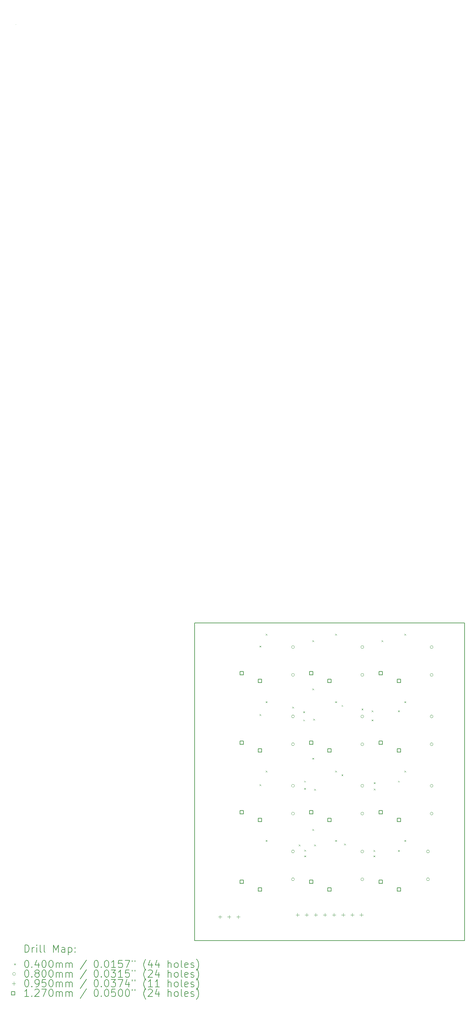
<source format=gbr>
%FSLAX45Y45*%
G04 Gerber Fmt 4.5, Leading zero omitted, Abs format (unit mm)*
G04 Created by KiCad (PCBNEW (6.0.1)) date 2022-02-13 15:50:42*
%MOMM*%
%LPD*%
G01*
G04 APERTURE LIST*
%TA.AperFunction,Profile*%
%ADD10C,0.100000*%
%TD*%
%TA.AperFunction,Profile*%
%ADD11C,0.200000*%
%TD*%
%ADD12C,0.200000*%
%ADD13C,0.040000*%
%ADD14C,0.080000*%
%ADD15C,0.095000*%
%ADD16C,0.127000*%
G04 APERTURE END LIST*
D10*
X6700000Y9400000D02*
G75*
G03*
X6700000Y9400000I0J0D01*
G01*
D11*
X19000000Y-7000000D02*
X11600000Y-7000000D01*
X11600000Y-7000000D02*
X11600000Y-15700000D01*
X11600000Y-15700000D02*
X19000000Y-15700000D01*
X19000000Y-15700000D02*
X19000000Y-7000000D01*
D12*
D13*
X13380000Y-7620000D02*
X13420000Y-7660000D01*
X13420000Y-7620000D02*
X13380000Y-7660000D01*
X13380000Y-9495000D02*
X13420000Y-9535000D01*
X13420000Y-9495000D02*
X13380000Y-9535000D01*
X13380000Y-11420000D02*
X13420000Y-11460000D01*
X13420000Y-11420000D02*
X13380000Y-11460000D01*
X13555000Y-7295000D02*
X13595000Y-7335000D01*
X13595000Y-7295000D02*
X13555000Y-7335000D01*
X13555000Y-9145000D02*
X13595000Y-9185000D01*
X13595000Y-9145000D02*
X13555000Y-9185000D01*
X13555000Y-11045000D02*
X13595000Y-11085000D01*
X13595000Y-11045000D02*
X13555000Y-11085000D01*
X13555000Y-12945000D02*
X13595000Y-12985000D01*
X13595000Y-12945000D02*
X13555000Y-12985000D01*
X14280000Y-9295000D02*
X14320000Y-9335000D01*
X14320000Y-9295000D02*
X14280000Y-9335000D01*
X14455000Y-13070000D02*
X14495000Y-13110000D01*
X14495000Y-13070000D02*
X14455000Y-13110000D01*
X14580000Y-9420000D02*
X14620000Y-9460000D01*
X14620000Y-9420000D02*
X14580000Y-9460000D01*
X14580000Y-9645000D02*
X14620000Y-9685000D01*
X14620000Y-9645000D02*
X14580000Y-9685000D01*
X14605000Y-11320000D02*
X14645000Y-11360000D01*
X14645000Y-11320000D02*
X14605000Y-11360000D01*
X14605000Y-11520000D02*
X14645000Y-11560000D01*
X14645000Y-11520000D02*
X14605000Y-11560000D01*
X14607458Y-13212542D02*
X14647458Y-13252542D01*
X14647458Y-13212542D02*
X14607458Y-13252542D01*
X14607458Y-13370000D02*
X14647458Y-13410000D01*
X14647458Y-13370000D02*
X14607458Y-13410000D01*
X14830000Y-7470000D02*
X14870000Y-7510000D01*
X14870000Y-7470000D02*
X14830000Y-7510000D01*
X14830000Y-8795000D02*
X14870000Y-8835000D01*
X14870000Y-8795000D02*
X14830000Y-8835000D01*
X14830000Y-10695000D02*
X14870000Y-10735000D01*
X14870000Y-10695000D02*
X14830000Y-10735000D01*
X14830000Y-12645000D02*
X14870000Y-12685000D01*
X14870000Y-12645000D02*
X14830000Y-12685000D01*
X14855000Y-9620000D02*
X14895000Y-9660000D01*
X14895000Y-9620000D02*
X14855000Y-9660000D01*
X14880000Y-11545000D02*
X14920000Y-11585000D01*
X14920000Y-11545000D02*
X14880000Y-11585000D01*
X14880000Y-13070000D02*
X14920000Y-13110000D01*
X14920000Y-13070000D02*
X14880000Y-13110000D01*
X15455000Y-7295000D02*
X15495000Y-7335000D01*
X15495000Y-7295000D02*
X15455000Y-7335000D01*
X15455000Y-9145000D02*
X15495000Y-9185000D01*
X15495000Y-9145000D02*
X15455000Y-9185000D01*
X15455000Y-11045000D02*
X15495000Y-11085000D01*
X15495000Y-11045000D02*
X15455000Y-11085000D01*
X15455000Y-12945000D02*
X15495000Y-12985000D01*
X15495000Y-12945000D02*
X15455000Y-12985000D01*
X15630000Y-9245000D02*
X15670000Y-9285000D01*
X15670000Y-9245000D02*
X15630000Y-9285000D01*
X15630000Y-11145000D02*
X15670000Y-11185000D01*
X15670000Y-11145000D02*
X15630000Y-11185000D01*
X15705000Y-13045000D02*
X15745000Y-13085000D01*
X15745000Y-13045000D02*
X15705000Y-13085000D01*
X16180000Y-9345000D02*
X16220000Y-9385000D01*
X16220000Y-9345000D02*
X16180000Y-9385000D01*
X16455000Y-9395000D02*
X16495000Y-9435000D01*
X16495000Y-9395000D02*
X16455000Y-9435000D01*
X16455000Y-9645000D02*
X16495000Y-9685000D01*
X16495000Y-9645000D02*
X16455000Y-9685000D01*
X16505000Y-13220000D02*
X16545000Y-13260000D01*
X16545000Y-13220000D02*
X16505000Y-13260000D01*
X16505000Y-13370000D02*
X16545000Y-13410000D01*
X16545000Y-13370000D02*
X16505000Y-13410000D01*
X16512458Y-11362542D02*
X16552458Y-11402542D01*
X16552458Y-11362542D02*
X16512458Y-11402542D01*
X16512458Y-11537542D02*
X16552458Y-11577542D01*
X16552458Y-11537542D02*
X16512458Y-11577542D01*
X16730000Y-7470000D02*
X16770000Y-7510000D01*
X16770000Y-7470000D02*
X16730000Y-7510000D01*
X17180000Y-9395000D02*
X17220000Y-9435000D01*
X17220000Y-9395000D02*
X17180000Y-9435000D01*
X17180000Y-11320000D02*
X17220000Y-11360000D01*
X17220000Y-11320000D02*
X17180000Y-11360000D01*
X17180000Y-13220000D02*
X17220000Y-13260000D01*
X17220000Y-13220000D02*
X17180000Y-13260000D01*
X17355000Y-7295000D02*
X17395000Y-7335000D01*
X17395000Y-7295000D02*
X17355000Y-7335000D01*
X17355000Y-9145000D02*
X17395000Y-9185000D01*
X17395000Y-9145000D02*
X17355000Y-9185000D01*
X17355000Y-11045000D02*
X17395000Y-11085000D01*
X17395000Y-11045000D02*
X17355000Y-11085000D01*
X17355000Y-12945000D02*
X17395000Y-12985000D01*
X17395000Y-12945000D02*
X17355000Y-12985000D01*
D14*
X14340000Y-7659000D02*
G75*
G03*
X14340000Y-7659000I-40000J0D01*
G01*
X14340000Y-8421000D02*
G75*
G03*
X14340000Y-8421000I-40000J0D01*
G01*
X14340000Y-9559000D02*
G75*
G03*
X14340000Y-9559000I-40000J0D01*
G01*
X14340000Y-10321000D02*
G75*
G03*
X14340000Y-10321000I-40000J0D01*
G01*
X14340000Y-11459000D02*
G75*
G03*
X14340000Y-11459000I-40000J0D01*
G01*
X14340000Y-12221000D02*
G75*
G03*
X14340000Y-12221000I-40000J0D01*
G01*
X14340000Y-13259000D02*
G75*
G03*
X14340000Y-13259000I-40000J0D01*
G01*
X14340000Y-14021000D02*
G75*
G03*
X14340000Y-14021000I-40000J0D01*
G01*
X16240000Y-7659000D02*
G75*
G03*
X16240000Y-7659000I-40000J0D01*
G01*
X16240000Y-8421000D02*
G75*
G03*
X16240000Y-8421000I-40000J0D01*
G01*
X16240000Y-9559000D02*
G75*
G03*
X16240000Y-9559000I-40000J0D01*
G01*
X16240000Y-10321000D02*
G75*
G03*
X16240000Y-10321000I-40000J0D01*
G01*
X16240000Y-11459000D02*
G75*
G03*
X16240000Y-11459000I-40000J0D01*
G01*
X16240000Y-12221000D02*
G75*
G03*
X16240000Y-12221000I-40000J0D01*
G01*
X16240000Y-13259000D02*
G75*
G03*
X16240000Y-13259000I-40000J0D01*
G01*
X16240000Y-14021000D02*
G75*
G03*
X16240000Y-14021000I-40000J0D01*
G01*
X18040000Y-13259000D02*
G75*
G03*
X18040000Y-13259000I-40000J0D01*
G01*
X18040000Y-14021000D02*
G75*
G03*
X18040000Y-14021000I-40000J0D01*
G01*
X18140000Y-7659000D02*
G75*
G03*
X18140000Y-7659000I-40000J0D01*
G01*
X18140000Y-8421000D02*
G75*
G03*
X18140000Y-8421000I-40000J0D01*
G01*
X18140000Y-9559000D02*
G75*
G03*
X18140000Y-9559000I-40000J0D01*
G01*
X18140000Y-10321000D02*
G75*
G03*
X18140000Y-10321000I-40000J0D01*
G01*
X18140000Y-11459000D02*
G75*
G03*
X18140000Y-11459000I-40000J0D01*
G01*
X18140000Y-12221000D02*
G75*
G03*
X18140000Y-12221000I-40000J0D01*
G01*
D15*
X12300000Y-15002500D02*
X12300000Y-15097500D01*
X12252500Y-15050000D02*
X12347500Y-15050000D01*
X12550000Y-15002500D02*
X12550000Y-15097500D01*
X12502500Y-15050000D02*
X12597500Y-15050000D01*
X12800000Y-15002500D02*
X12800000Y-15097500D01*
X12752500Y-15050000D02*
X12847500Y-15050000D01*
X14425000Y-14949250D02*
X14425000Y-15044250D01*
X14377500Y-14996750D02*
X14472500Y-14996750D01*
X14675000Y-14949250D02*
X14675000Y-15044250D01*
X14627500Y-14996750D02*
X14722500Y-14996750D01*
X14925000Y-14949250D02*
X14925000Y-15044250D01*
X14877500Y-14996750D02*
X14972500Y-14996750D01*
X15175000Y-14949250D02*
X15175000Y-15044250D01*
X15127500Y-14996750D02*
X15222500Y-14996750D01*
X15425000Y-14949250D02*
X15425000Y-15044250D01*
X15377500Y-14996750D02*
X15472500Y-14996750D01*
X15675000Y-14949250D02*
X15675000Y-15044250D01*
X15627500Y-14996750D02*
X15722500Y-14996750D01*
X15925000Y-14949250D02*
X15925000Y-15044250D01*
X15877500Y-14996750D02*
X15972500Y-14996750D01*
X16175000Y-14949250D02*
X16175000Y-15044250D01*
X16127500Y-14996750D02*
X16222500Y-14996750D01*
D16*
X12939902Y-8417402D02*
X12939902Y-8327598D01*
X12850098Y-8327598D01*
X12850098Y-8417402D01*
X12939902Y-8417402D01*
X12939902Y-10322402D02*
X12939902Y-10232598D01*
X12850098Y-10232598D01*
X12850098Y-10322402D01*
X12939902Y-10322402D01*
X12939902Y-12227402D02*
X12939902Y-12137598D01*
X12850098Y-12137598D01*
X12850098Y-12227402D01*
X12939902Y-12227402D01*
X12939902Y-14132402D02*
X12939902Y-14042598D01*
X12850098Y-14042598D01*
X12850098Y-14132402D01*
X12939902Y-14132402D01*
X13439902Y-8627402D02*
X13439902Y-8537598D01*
X13350098Y-8537598D01*
X13350098Y-8627402D01*
X13439902Y-8627402D01*
X13439902Y-10532402D02*
X13439902Y-10442598D01*
X13350098Y-10442598D01*
X13350098Y-10532402D01*
X13439902Y-10532402D01*
X13439902Y-12437402D02*
X13439902Y-12347598D01*
X13350098Y-12347598D01*
X13350098Y-12437402D01*
X13439902Y-12437402D01*
X13439902Y-14342402D02*
X13439902Y-14252598D01*
X13350098Y-14252598D01*
X13350098Y-14342402D01*
X13439902Y-14342402D01*
X14844902Y-8417402D02*
X14844902Y-8327598D01*
X14755098Y-8327598D01*
X14755098Y-8417402D01*
X14844902Y-8417402D01*
X14844902Y-10322402D02*
X14844902Y-10232598D01*
X14755098Y-10232598D01*
X14755098Y-10322402D01*
X14844902Y-10322402D01*
X14844902Y-12227402D02*
X14844902Y-12137598D01*
X14755098Y-12137598D01*
X14755098Y-12227402D01*
X14844902Y-12227402D01*
X14844902Y-14132402D02*
X14844902Y-14042598D01*
X14755098Y-14042598D01*
X14755098Y-14132402D01*
X14844902Y-14132402D01*
X15344902Y-8627402D02*
X15344902Y-8537598D01*
X15255098Y-8537598D01*
X15255098Y-8627402D01*
X15344902Y-8627402D01*
X15344902Y-10532402D02*
X15344902Y-10442598D01*
X15255098Y-10442598D01*
X15255098Y-10532402D01*
X15344902Y-10532402D01*
X15344902Y-12437402D02*
X15344902Y-12347598D01*
X15255098Y-12347598D01*
X15255098Y-12437402D01*
X15344902Y-12437402D01*
X15344902Y-14342402D02*
X15344902Y-14252598D01*
X15255098Y-14252598D01*
X15255098Y-14342402D01*
X15344902Y-14342402D01*
X16749902Y-8417402D02*
X16749902Y-8327598D01*
X16660098Y-8327598D01*
X16660098Y-8417402D01*
X16749902Y-8417402D01*
X16749902Y-10322402D02*
X16749902Y-10232598D01*
X16660098Y-10232598D01*
X16660098Y-10322402D01*
X16749902Y-10322402D01*
X16749902Y-12227402D02*
X16749902Y-12137598D01*
X16660098Y-12137598D01*
X16660098Y-12227402D01*
X16749902Y-12227402D01*
X16749902Y-14132402D02*
X16749902Y-14042598D01*
X16660098Y-14042598D01*
X16660098Y-14132402D01*
X16749902Y-14132402D01*
X17249902Y-8627402D02*
X17249902Y-8537598D01*
X17160098Y-8537598D01*
X17160098Y-8627402D01*
X17249902Y-8627402D01*
X17249902Y-10532402D02*
X17249902Y-10442598D01*
X17160098Y-10442598D01*
X17160098Y-10532402D01*
X17249902Y-10532402D01*
X17249902Y-12437402D02*
X17249902Y-12347598D01*
X17160098Y-12347598D01*
X17160098Y-12437402D01*
X17249902Y-12437402D01*
X17249902Y-14342402D02*
X17249902Y-14252598D01*
X17160098Y-14252598D01*
X17160098Y-14342402D01*
X17249902Y-14342402D01*
D12*
X6952619Y-16020476D02*
X6952619Y-15820476D01*
X7000238Y-15820476D01*
X7028809Y-15830000D01*
X7047857Y-15849048D01*
X7057381Y-15868095D01*
X7066905Y-15906190D01*
X7066905Y-15934762D01*
X7057381Y-15972857D01*
X7047857Y-15991905D01*
X7028809Y-16010952D01*
X7000238Y-16020476D01*
X6952619Y-16020476D01*
X7152619Y-16020476D02*
X7152619Y-15887143D01*
X7152619Y-15925238D02*
X7162143Y-15906190D01*
X7171666Y-15896667D01*
X7190714Y-15887143D01*
X7209762Y-15887143D01*
X7276428Y-16020476D02*
X7276428Y-15887143D01*
X7276428Y-15820476D02*
X7266905Y-15830000D01*
X7276428Y-15839524D01*
X7285952Y-15830000D01*
X7276428Y-15820476D01*
X7276428Y-15839524D01*
X7400238Y-16020476D02*
X7381190Y-16010952D01*
X7371666Y-15991905D01*
X7371666Y-15820476D01*
X7505000Y-16020476D02*
X7485952Y-16010952D01*
X7476428Y-15991905D01*
X7476428Y-15820476D01*
X7733571Y-16020476D02*
X7733571Y-15820476D01*
X7800238Y-15963333D01*
X7866905Y-15820476D01*
X7866905Y-16020476D01*
X8047857Y-16020476D02*
X8047857Y-15915714D01*
X8038333Y-15896667D01*
X8019286Y-15887143D01*
X7981190Y-15887143D01*
X7962143Y-15896667D01*
X8047857Y-16010952D02*
X8028809Y-16020476D01*
X7981190Y-16020476D01*
X7962143Y-16010952D01*
X7952619Y-15991905D01*
X7952619Y-15972857D01*
X7962143Y-15953809D01*
X7981190Y-15944286D01*
X8028809Y-15944286D01*
X8047857Y-15934762D01*
X8143095Y-15887143D02*
X8143095Y-16087143D01*
X8143095Y-15896667D02*
X8162143Y-15887143D01*
X8200238Y-15887143D01*
X8219286Y-15896667D01*
X8228809Y-15906190D01*
X8238333Y-15925238D01*
X8238333Y-15982381D01*
X8228809Y-16001428D01*
X8219286Y-16010952D01*
X8200238Y-16020476D01*
X8162143Y-16020476D01*
X8143095Y-16010952D01*
X8324047Y-16001428D02*
X8333571Y-16010952D01*
X8324047Y-16020476D01*
X8314524Y-16010952D01*
X8324047Y-16001428D01*
X8324047Y-16020476D01*
X8324047Y-15896667D02*
X8333571Y-15906190D01*
X8324047Y-15915714D01*
X8314524Y-15906190D01*
X8324047Y-15896667D01*
X8324047Y-15915714D01*
D13*
X6655000Y-16330000D02*
X6695000Y-16370000D01*
X6695000Y-16330000D02*
X6655000Y-16370000D01*
D12*
X6990714Y-16240476D02*
X7009762Y-16240476D01*
X7028809Y-16250000D01*
X7038333Y-16259524D01*
X7047857Y-16278571D01*
X7057381Y-16316667D01*
X7057381Y-16364286D01*
X7047857Y-16402381D01*
X7038333Y-16421428D01*
X7028809Y-16430952D01*
X7009762Y-16440476D01*
X6990714Y-16440476D01*
X6971666Y-16430952D01*
X6962143Y-16421428D01*
X6952619Y-16402381D01*
X6943095Y-16364286D01*
X6943095Y-16316667D01*
X6952619Y-16278571D01*
X6962143Y-16259524D01*
X6971666Y-16250000D01*
X6990714Y-16240476D01*
X7143095Y-16421428D02*
X7152619Y-16430952D01*
X7143095Y-16440476D01*
X7133571Y-16430952D01*
X7143095Y-16421428D01*
X7143095Y-16440476D01*
X7324047Y-16307143D02*
X7324047Y-16440476D01*
X7276428Y-16230952D02*
X7228809Y-16373809D01*
X7352619Y-16373809D01*
X7466905Y-16240476D02*
X7485952Y-16240476D01*
X7505000Y-16250000D01*
X7514524Y-16259524D01*
X7524047Y-16278571D01*
X7533571Y-16316667D01*
X7533571Y-16364286D01*
X7524047Y-16402381D01*
X7514524Y-16421428D01*
X7505000Y-16430952D01*
X7485952Y-16440476D01*
X7466905Y-16440476D01*
X7447857Y-16430952D01*
X7438333Y-16421428D01*
X7428809Y-16402381D01*
X7419286Y-16364286D01*
X7419286Y-16316667D01*
X7428809Y-16278571D01*
X7438333Y-16259524D01*
X7447857Y-16250000D01*
X7466905Y-16240476D01*
X7657381Y-16240476D02*
X7676428Y-16240476D01*
X7695476Y-16250000D01*
X7705000Y-16259524D01*
X7714524Y-16278571D01*
X7724047Y-16316667D01*
X7724047Y-16364286D01*
X7714524Y-16402381D01*
X7705000Y-16421428D01*
X7695476Y-16430952D01*
X7676428Y-16440476D01*
X7657381Y-16440476D01*
X7638333Y-16430952D01*
X7628809Y-16421428D01*
X7619286Y-16402381D01*
X7609762Y-16364286D01*
X7609762Y-16316667D01*
X7619286Y-16278571D01*
X7628809Y-16259524D01*
X7638333Y-16250000D01*
X7657381Y-16240476D01*
X7809762Y-16440476D02*
X7809762Y-16307143D01*
X7809762Y-16326190D02*
X7819286Y-16316667D01*
X7838333Y-16307143D01*
X7866905Y-16307143D01*
X7885952Y-16316667D01*
X7895476Y-16335714D01*
X7895476Y-16440476D01*
X7895476Y-16335714D02*
X7905000Y-16316667D01*
X7924047Y-16307143D01*
X7952619Y-16307143D01*
X7971666Y-16316667D01*
X7981190Y-16335714D01*
X7981190Y-16440476D01*
X8076428Y-16440476D02*
X8076428Y-16307143D01*
X8076428Y-16326190D02*
X8085952Y-16316667D01*
X8105000Y-16307143D01*
X8133571Y-16307143D01*
X8152619Y-16316667D01*
X8162143Y-16335714D01*
X8162143Y-16440476D01*
X8162143Y-16335714D02*
X8171666Y-16316667D01*
X8190714Y-16307143D01*
X8219286Y-16307143D01*
X8238333Y-16316667D01*
X8247857Y-16335714D01*
X8247857Y-16440476D01*
X8638333Y-16230952D02*
X8466905Y-16488095D01*
X8895476Y-16240476D02*
X8914524Y-16240476D01*
X8933571Y-16250000D01*
X8943095Y-16259524D01*
X8952619Y-16278571D01*
X8962143Y-16316667D01*
X8962143Y-16364286D01*
X8952619Y-16402381D01*
X8943095Y-16421428D01*
X8933571Y-16430952D01*
X8914524Y-16440476D01*
X8895476Y-16440476D01*
X8876428Y-16430952D01*
X8866905Y-16421428D01*
X8857381Y-16402381D01*
X8847857Y-16364286D01*
X8847857Y-16316667D01*
X8857381Y-16278571D01*
X8866905Y-16259524D01*
X8876428Y-16250000D01*
X8895476Y-16240476D01*
X9047857Y-16421428D02*
X9057381Y-16430952D01*
X9047857Y-16440476D01*
X9038333Y-16430952D01*
X9047857Y-16421428D01*
X9047857Y-16440476D01*
X9181190Y-16240476D02*
X9200238Y-16240476D01*
X9219286Y-16250000D01*
X9228809Y-16259524D01*
X9238333Y-16278571D01*
X9247857Y-16316667D01*
X9247857Y-16364286D01*
X9238333Y-16402381D01*
X9228809Y-16421428D01*
X9219286Y-16430952D01*
X9200238Y-16440476D01*
X9181190Y-16440476D01*
X9162143Y-16430952D01*
X9152619Y-16421428D01*
X9143095Y-16402381D01*
X9133571Y-16364286D01*
X9133571Y-16316667D01*
X9143095Y-16278571D01*
X9152619Y-16259524D01*
X9162143Y-16250000D01*
X9181190Y-16240476D01*
X9438333Y-16440476D02*
X9324048Y-16440476D01*
X9381190Y-16440476D02*
X9381190Y-16240476D01*
X9362143Y-16269048D01*
X9343095Y-16288095D01*
X9324048Y-16297619D01*
X9619286Y-16240476D02*
X9524048Y-16240476D01*
X9514524Y-16335714D01*
X9524048Y-16326190D01*
X9543095Y-16316667D01*
X9590714Y-16316667D01*
X9609762Y-16326190D01*
X9619286Y-16335714D01*
X9628809Y-16354762D01*
X9628809Y-16402381D01*
X9619286Y-16421428D01*
X9609762Y-16430952D01*
X9590714Y-16440476D01*
X9543095Y-16440476D01*
X9524048Y-16430952D01*
X9514524Y-16421428D01*
X9695476Y-16240476D02*
X9828809Y-16240476D01*
X9743095Y-16440476D01*
X9895476Y-16240476D02*
X9895476Y-16278571D01*
X9971667Y-16240476D02*
X9971667Y-16278571D01*
X10266905Y-16516667D02*
X10257381Y-16507143D01*
X10238333Y-16478571D01*
X10228809Y-16459524D01*
X10219286Y-16430952D01*
X10209762Y-16383333D01*
X10209762Y-16345238D01*
X10219286Y-16297619D01*
X10228809Y-16269048D01*
X10238333Y-16250000D01*
X10257381Y-16221428D01*
X10266905Y-16211905D01*
X10428809Y-16307143D02*
X10428809Y-16440476D01*
X10381190Y-16230952D02*
X10333571Y-16373809D01*
X10457381Y-16373809D01*
X10619286Y-16307143D02*
X10619286Y-16440476D01*
X10571667Y-16230952D02*
X10524048Y-16373809D01*
X10647857Y-16373809D01*
X10876428Y-16440476D02*
X10876428Y-16240476D01*
X10962143Y-16440476D02*
X10962143Y-16335714D01*
X10952619Y-16316667D01*
X10933571Y-16307143D01*
X10905000Y-16307143D01*
X10885952Y-16316667D01*
X10876428Y-16326190D01*
X11085952Y-16440476D02*
X11066905Y-16430952D01*
X11057381Y-16421428D01*
X11047857Y-16402381D01*
X11047857Y-16345238D01*
X11057381Y-16326190D01*
X11066905Y-16316667D01*
X11085952Y-16307143D01*
X11114524Y-16307143D01*
X11133571Y-16316667D01*
X11143095Y-16326190D01*
X11152619Y-16345238D01*
X11152619Y-16402381D01*
X11143095Y-16421428D01*
X11133571Y-16430952D01*
X11114524Y-16440476D01*
X11085952Y-16440476D01*
X11266905Y-16440476D02*
X11247857Y-16430952D01*
X11238333Y-16411905D01*
X11238333Y-16240476D01*
X11419286Y-16430952D02*
X11400238Y-16440476D01*
X11362143Y-16440476D01*
X11343095Y-16430952D01*
X11333571Y-16411905D01*
X11333571Y-16335714D01*
X11343095Y-16316667D01*
X11362143Y-16307143D01*
X11400238Y-16307143D01*
X11419286Y-16316667D01*
X11428809Y-16335714D01*
X11428809Y-16354762D01*
X11333571Y-16373809D01*
X11505000Y-16430952D02*
X11524047Y-16440476D01*
X11562143Y-16440476D01*
X11581190Y-16430952D01*
X11590714Y-16411905D01*
X11590714Y-16402381D01*
X11581190Y-16383333D01*
X11562143Y-16373809D01*
X11533571Y-16373809D01*
X11514524Y-16364286D01*
X11505000Y-16345238D01*
X11505000Y-16335714D01*
X11514524Y-16316667D01*
X11533571Y-16307143D01*
X11562143Y-16307143D01*
X11581190Y-16316667D01*
X11657381Y-16516667D02*
X11666905Y-16507143D01*
X11685952Y-16478571D01*
X11695476Y-16459524D01*
X11705000Y-16430952D01*
X11714524Y-16383333D01*
X11714524Y-16345238D01*
X11705000Y-16297619D01*
X11695476Y-16269048D01*
X11685952Y-16250000D01*
X11666905Y-16221428D01*
X11657381Y-16211905D01*
D14*
X6695000Y-16614000D02*
G75*
G03*
X6695000Y-16614000I-40000J0D01*
G01*
D12*
X6990714Y-16504476D02*
X7009762Y-16504476D01*
X7028809Y-16514000D01*
X7038333Y-16523524D01*
X7047857Y-16542571D01*
X7057381Y-16580667D01*
X7057381Y-16628286D01*
X7047857Y-16666381D01*
X7038333Y-16685428D01*
X7028809Y-16694952D01*
X7009762Y-16704476D01*
X6990714Y-16704476D01*
X6971666Y-16694952D01*
X6962143Y-16685428D01*
X6952619Y-16666381D01*
X6943095Y-16628286D01*
X6943095Y-16580667D01*
X6952619Y-16542571D01*
X6962143Y-16523524D01*
X6971666Y-16514000D01*
X6990714Y-16504476D01*
X7143095Y-16685428D02*
X7152619Y-16694952D01*
X7143095Y-16704476D01*
X7133571Y-16694952D01*
X7143095Y-16685428D01*
X7143095Y-16704476D01*
X7266905Y-16590190D02*
X7247857Y-16580667D01*
X7238333Y-16571143D01*
X7228809Y-16552095D01*
X7228809Y-16542571D01*
X7238333Y-16523524D01*
X7247857Y-16514000D01*
X7266905Y-16504476D01*
X7305000Y-16504476D01*
X7324047Y-16514000D01*
X7333571Y-16523524D01*
X7343095Y-16542571D01*
X7343095Y-16552095D01*
X7333571Y-16571143D01*
X7324047Y-16580667D01*
X7305000Y-16590190D01*
X7266905Y-16590190D01*
X7247857Y-16599714D01*
X7238333Y-16609238D01*
X7228809Y-16628286D01*
X7228809Y-16666381D01*
X7238333Y-16685428D01*
X7247857Y-16694952D01*
X7266905Y-16704476D01*
X7305000Y-16704476D01*
X7324047Y-16694952D01*
X7333571Y-16685428D01*
X7343095Y-16666381D01*
X7343095Y-16628286D01*
X7333571Y-16609238D01*
X7324047Y-16599714D01*
X7305000Y-16590190D01*
X7466905Y-16504476D02*
X7485952Y-16504476D01*
X7505000Y-16514000D01*
X7514524Y-16523524D01*
X7524047Y-16542571D01*
X7533571Y-16580667D01*
X7533571Y-16628286D01*
X7524047Y-16666381D01*
X7514524Y-16685428D01*
X7505000Y-16694952D01*
X7485952Y-16704476D01*
X7466905Y-16704476D01*
X7447857Y-16694952D01*
X7438333Y-16685428D01*
X7428809Y-16666381D01*
X7419286Y-16628286D01*
X7419286Y-16580667D01*
X7428809Y-16542571D01*
X7438333Y-16523524D01*
X7447857Y-16514000D01*
X7466905Y-16504476D01*
X7657381Y-16504476D02*
X7676428Y-16504476D01*
X7695476Y-16514000D01*
X7705000Y-16523524D01*
X7714524Y-16542571D01*
X7724047Y-16580667D01*
X7724047Y-16628286D01*
X7714524Y-16666381D01*
X7705000Y-16685428D01*
X7695476Y-16694952D01*
X7676428Y-16704476D01*
X7657381Y-16704476D01*
X7638333Y-16694952D01*
X7628809Y-16685428D01*
X7619286Y-16666381D01*
X7609762Y-16628286D01*
X7609762Y-16580667D01*
X7619286Y-16542571D01*
X7628809Y-16523524D01*
X7638333Y-16514000D01*
X7657381Y-16504476D01*
X7809762Y-16704476D02*
X7809762Y-16571143D01*
X7809762Y-16590190D02*
X7819286Y-16580667D01*
X7838333Y-16571143D01*
X7866905Y-16571143D01*
X7885952Y-16580667D01*
X7895476Y-16599714D01*
X7895476Y-16704476D01*
X7895476Y-16599714D02*
X7905000Y-16580667D01*
X7924047Y-16571143D01*
X7952619Y-16571143D01*
X7971666Y-16580667D01*
X7981190Y-16599714D01*
X7981190Y-16704476D01*
X8076428Y-16704476D02*
X8076428Y-16571143D01*
X8076428Y-16590190D02*
X8085952Y-16580667D01*
X8105000Y-16571143D01*
X8133571Y-16571143D01*
X8152619Y-16580667D01*
X8162143Y-16599714D01*
X8162143Y-16704476D01*
X8162143Y-16599714D02*
X8171666Y-16580667D01*
X8190714Y-16571143D01*
X8219286Y-16571143D01*
X8238333Y-16580667D01*
X8247857Y-16599714D01*
X8247857Y-16704476D01*
X8638333Y-16494952D02*
X8466905Y-16752095D01*
X8895476Y-16504476D02*
X8914524Y-16504476D01*
X8933571Y-16514000D01*
X8943095Y-16523524D01*
X8952619Y-16542571D01*
X8962143Y-16580667D01*
X8962143Y-16628286D01*
X8952619Y-16666381D01*
X8943095Y-16685428D01*
X8933571Y-16694952D01*
X8914524Y-16704476D01*
X8895476Y-16704476D01*
X8876428Y-16694952D01*
X8866905Y-16685428D01*
X8857381Y-16666381D01*
X8847857Y-16628286D01*
X8847857Y-16580667D01*
X8857381Y-16542571D01*
X8866905Y-16523524D01*
X8876428Y-16514000D01*
X8895476Y-16504476D01*
X9047857Y-16685428D02*
X9057381Y-16694952D01*
X9047857Y-16704476D01*
X9038333Y-16694952D01*
X9047857Y-16685428D01*
X9047857Y-16704476D01*
X9181190Y-16504476D02*
X9200238Y-16504476D01*
X9219286Y-16514000D01*
X9228809Y-16523524D01*
X9238333Y-16542571D01*
X9247857Y-16580667D01*
X9247857Y-16628286D01*
X9238333Y-16666381D01*
X9228809Y-16685428D01*
X9219286Y-16694952D01*
X9200238Y-16704476D01*
X9181190Y-16704476D01*
X9162143Y-16694952D01*
X9152619Y-16685428D01*
X9143095Y-16666381D01*
X9133571Y-16628286D01*
X9133571Y-16580667D01*
X9143095Y-16542571D01*
X9152619Y-16523524D01*
X9162143Y-16514000D01*
X9181190Y-16504476D01*
X9314524Y-16504476D02*
X9438333Y-16504476D01*
X9371667Y-16580667D01*
X9400238Y-16580667D01*
X9419286Y-16590190D01*
X9428809Y-16599714D01*
X9438333Y-16618762D01*
X9438333Y-16666381D01*
X9428809Y-16685428D01*
X9419286Y-16694952D01*
X9400238Y-16704476D01*
X9343095Y-16704476D01*
X9324048Y-16694952D01*
X9314524Y-16685428D01*
X9628809Y-16704476D02*
X9514524Y-16704476D01*
X9571667Y-16704476D02*
X9571667Y-16504476D01*
X9552619Y-16533048D01*
X9533571Y-16552095D01*
X9514524Y-16561619D01*
X9809762Y-16504476D02*
X9714524Y-16504476D01*
X9705000Y-16599714D01*
X9714524Y-16590190D01*
X9733571Y-16580667D01*
X9781190Y-16580667D01*
X9800238Y-16590190D01*
X9809762Y-16599714D01*
X9819286Y-16618762D01*
X9819286Y-16666381D01*
X9809762Y-16685428D01*
X9800238Y-16694952D01*
X9781190Y-16704476D01*
X9733571Y-16704476D01*
X9714524Y-16694952D01*
X9705000Y-16685428D01*
X9895476Y-16504476D02*
X9895476Y-16542571D01*
X9971667Y-16504476D02*
X9971667Y-16542571D01*
X10266905Y-16780667D02*
X10257381Y-16771143D01*
X10238333Y-16742571D01*
X10228809Y-16723524D01*
X10219286Y-16694952D01*
X10209762Y-16647333D01*
X10209762Y-16609238D01*
X10219286Y-16561619D01*
X10228809Y-16533048D01*
X10238333Y-16514000D01*
X10257381Y-16485428D01*
X10266905Y-16475905D01*
X10333571Y-16523524D02*
X10343095Y-16514000D01*
X10362143Y-16504476D01*
X10409762Y-16504476D01*
X10428809Y-16514000D01*
X10438333Y-16523524D01*
X10447857Y-16542571D01*
X10447857Y-16561619D01*
X10438333Y-16590190D01*
X10324048Y-16704476D01*
X10447857Y-16704476D01*
X10619286Y-16571143D02*
X10619286Y-16704476D01*
X10571667Y-16494952D02*
X10524048Y-16637809D01*
X10647857Y-16637809D01*
X10876428Y-16704476D02*
X10876428Y-16504476D01*
X10962143Y-16704476D02*
X10962143Y-16599714D01*
X10952619Y-16580667D01*
X10933571Y-16571143D01*
X10905000Y-16571143D01*
X10885952Y-16580667D01*
X10876428Y-16590190D01*
X11085952Y-16704476D02*
X11066905Y-16694952D01*
X11057381Y-16685428D01*
X11047857Y-16666381D01*
X11047857Y-16609238D01*
X11057381Y-16590190D01*
X11066905Y-16580667D01*
X11085952Y-16571143D01*
X11114524Y-16571143D01*
X11133571Y-16580667D01*
X11143095Y-16590190D01*
X11152619Y-16609238D01*
X11152619Y-16666381D01*
X11143095Y-16685428D01*
X11133571Y-16694952D01*
X11114524Y-16704476D01*
X11085952Y-16704476D01*
X11266905Y-16704476D02*
X11247857Y-16694952D01*
X11238333Y-16675905D01*
X11238333Y-16504476D01*
X11419286Y-16694952D02*
X11400238Y-16704476D01*
X11362143Y-16704476D01*
X11343095Y-16694952D01*
X11333571Y-16675905D01*
X11333571Y-16599714D01*
X11343095Y-16580667D01*
X11362143Y-16571143D01*
X11400238Y-16571143D01*
X11419286Y-16580667D01*
X11428809Y-16599714D01*
X11428809Y-16618762D01*
X11333571Y-16637809D01*
X11505000Y-16694952D02*
X11524047Y-16704476D01*
X11562143Y-16704476D01*
X11581190Y-16694952D01*
X11590714Y-16675905D01*
X11590714Y-16666381D01*
X11581190Y-16647333D01*
X11562143Y-16637809D01*
X11533571Y-16637809D01*
X11514524Y-16628286D01*
X11505000Y-16609238D01*
X11505000Y-16599714D01*
X11514524Y-16580667D01*
X11533571Y-16571143D01*
X11562143Y-16571143D01*
X11581190Y-16580667D01*
X11657381Y-16780667D02*
X11666905Y-16771143D01*
X11685952Y-16742571D01*
X11695476Y-16723524D01*
X11705000Y-16694952D01*
X11714524Y-16647333D01*
X11714524Y-16609238D01*
X11705000Y-16561619D01*
X11695476Y-16533048D01*
X11685952Y-16514000D01*
X11666905Y-16485428D01*
X11657381Y-16475905D01*
D15*
X6647500Y-16830500D02*
X6647500Y-16925500D01*
X6600000Y-16878000D02*
X6695000Y-16878000D01*
D12*
X6990714Y-16768476D02*
X7009762Y-16768476D01*
X7028809Y-16778000D01*
X7038333Y-16787524D01*
X7047857Y-16806571D01*
X7057381Y-16844667D01*
X7057381Y-16892286D01*
X7047857Y-16930381D01*
X7038333Y-16949429D01*
X7028809Y-16958952D01*
X7009762Y-16968476D01*
X6990714Y-16968476D01*
X6971666Y-16958952D01*
X6962143Y-16949429D01*
X6952619Y-16930381D01*
X6943095Y-16892286D01*
X6943095Y-16844667D01*
X6952619Y-16806571D01*
X6962143Y-16787524D01*
X6971666Y-16778000D01*
X6990714Y-16768476D01*
X7143095Y-16949429D02*
X7152619Y-16958952D01*
X7143095Y-16968476D01*
X7133571Y-16958952D01*
X7143095Y-16949429D01*
X7143095Y-16968476D01*
X7247857Y-16968476D02*
X7285952Y-16968476D01*
X7305000Y-16958952D01*
X7314524Y-16949429D01*
X7333571Y-16920857D01*
X7343095Y-16882762D01*
X7343095Y-16806571D01*
X7333571Y-16787524D01*
X7324047Y-16778000D01*
X7305000Y-16768476D01*
X7266905Y-16768476D01*
X7247857Y-16778000D01*
X7238333Y-16787524D01*
X7228809Y-16806571D01*
X7228809Y-16854190D01*
X7238333Y-16873238D01*
X7247857Y-16882762D01*
X7266905Y-16892286D01*
X7305000Y-16892286D01*
X7324047Y-16882762D01*
X7333571Y-16873238D01*
X7343095Y-16854190D01*
X7524047Y-16768476D02*
X7428809Y-16768476D01*
X7419286Y-16863714D01*
X7428809Y-16854190D01*
X7447857Y-16844667D01*
X7495476Y-16844667D01*
X7514524Y-16854190D01*
X7524047Y-16863714D01*
X7533571Y-16882762D01*
X7533571Y-16930381D01*
X7524047Y-16949429D01*
X7514524Y-16958952D01*
X7495476Y-16968476D01*
X7447857Y-16968476D01*
X7428809Y-16958952D01*
X7419286Y-16949429D01*
X7657381Y-16768476D02*
X7676428Y-16768476D01*
X7695476Y-16778000D01*
X7705000Y-16787524D01*
X7714524Y-16806571D01*
X7724047Y-16844667D01*
X7724047Y-16892286D01*
X7714524Y-16930381D01*
X7705000Y-16949429D01*
X7695476Y-16958952D01*
X7676428Y-16968476D01*
X7657381Y-16968476D01*
X7638333Y-16958952D01*
X7628809Y-16949429D01*
X7619286Y-16930381D01*
X7609762Y-16892286D01*
X7609762Y-16844667D01*
X7619286Y-16806571D01*
X7628809Y-16787524D01*
X7638333Y-16778000D01*
X7657381Y-16768476D01*
X7809762Y-16968476D02*
X7809762Y-16835143D01*
X7809762Y-16854190D02*
X7819286Y-16844667D01*
X7838333Y-16835143D01*
X7866905Y-16835143D01*
X7885952Y-16844667D01*
X7895476Y-16863714D01*
X7895476Y-16968476D01*
X7895476Y-16863714D02*
X7905000Y-16844667D01*
X7924047Y-16835143D01*
X7952619Y-16835143D01*
X7971666Y-16844667D01*
X7981190Y-16863714D01*
X7981190Y-16968476D01*
X8076428Y-16968476D02*
X8076428Y-16835143D01*
X8076428Y-16854190D02*
X8085952Y-16844667D01*
X8105000Y-16835143D01*
X8133571Y-16835143D01*
X8152619Y-16844667D01*
X8162143Y-16863714D01*
X8162143Y-16968476D01*
X8162143Y-16863714D02*
X8171666Y-16844667D01*
X8190714Y-16835143D01*
X8219286Y-16835143D01*
X8238333Y-16844667D01*
X8247857Y-16863714D01*
X8247857Y-16968476D01*
X8638333Y-16758952D02*
X8466905Y-17016095D01*
X8895476Y-16768476D02*
X8914524Y-16768476D01*
X8933571Y-16778000D01*
X8943095Y-16787524D01*
X8952619Y-16806571D01*
X8962143Y-16844667D01*
X8962143Y-16892286D01*
X8952619Y-16930381D01*
X8943095Y-16949429D01*
X8933571Y-16958952D01*
X8914524Y-16968476D01*
X8895476Y-16968476D01*
X8876428Y-16958952D01*
X8866905Y-16949429D01*
X8857381Y-16930381D01*
X8847857Y-16892286D01*
X8847857Y-16844667D01*
X8857381Y-16806571D01*
X8866905Y-16787524D01*
X8876428Y-16778000D01*
X8895476Y-16768476D01*
X9047857Y-16949429D02*
X9057381Y-16958952D01*
X9047857Y-16968476D01*
X9038333Y-16958952D01*
X9047857Y-16949429D01*
X9047857Y-16968476D01*
X9181190Y-16768476D02*
X9200238Y-16768476D01*
X9219286Y-16778000D01*
X9228809Y-16787524D01*
X9238333Y-16806571D01*
X9247857Y-16844667D01*
X9247857Y-16892286D01*
X9238333Y-16930381D01*
X9228809Y-16949429D01*
X9219286Y-16958952D01*
X9200238Y-16968476D01*
X9181190Y-16968476D01*
X9162143Y-16958952D01*
X9152619Y-16949429D01*
X9143095Y-16930381D01*
X9133571Y-16892286D01*
X9133571Y-16844667D01*
X9143095Y-16806571D01*
X9152619Y-16787524D01*
X9162143Y-16778000D01*
X9181190Y-16768476D01*
X9314524Y-16768476D02*
X9438333Y-16768476D01*
X9371667Y-16844667D01*
X9400238Y-16844667D01*
X9419286Y-16854190D01*
X9428809Y-16863714D01*
X9438333Y-16882762D01*
X9438333Y-16930381D01*
X9428809Y-16949429D01*
X9419286Y-16958952D01*
X9400238Y-16968476D01*
X9343095Y-16968476D01*
X9324048Y-16958952D01*
X9314524Y-16949429D01*
X9505000Y-16768476D02*
X9638333Y-16768476D01*
X9552619Y-16968476D01*
X9800238Y-16835143D02*
X9800238Y-16968476D01*
X9752619Y-16758952D02*
X9705000Y-16901810D01*
X9828809Y-16901810D01*
X9895476Y-16768476D02*
X9895476Y-16806571D01*
X9971667Y-16768476D02*
X9971667Y-16806571D01*
X10266905Y-17044667D02*
X10257381Y-17035143D01*
X10238333Y-17006571D01*
X10228809Y-16987524D01*
X10219286Y-16958952D01*
X10209762Y-16911333D01*
X10209762Y-16873238D01*
X10219286Y-16825619D01*
X10228809Y-16797048D01*
X10238333Y-16778000D01*
X10257381Y-16749428D01*
X10266905Y-16739905D01*
X10447857Y-16968476D02*
X10333571Y-16968476D01*
X10390714Y-16968476D02*
X10390714Y-16768476D01*
X10371667Y-16797048D01*
X10352619Y-16816095D01*
X10333571Y-16825619D01*
X10638333Y-16968476D02*
X10524048Y-16968476D01*
X10581190Y-16968476D02*
X10581190Y-16768476D01*
X10562143Y-16797048D01*
X10543095Y-16816095D01*
X10524048Y-16825619D01*
X10876428Y-16968476D02*
X10876428Y-16768476D01*
X10962143Y-16968476D02*
X10962143Y-16863714D01*
X10952619Y-16844667D01*
X10933571Y-16835143D01*
X10905000Y-16835143D01*
X10885952Y-16844667D01*
X10876428Y-16854190D01*
X11085952Y-16968476D02*
X11066905Y-16958952D01*
X11057381Y-16949429D01*
X11047857Y-16930381D01*
X11047857Y-16873238D01*
X11057381Y-16854190D01*
X11066905Y-16844667D01*
X11085952Y-16835143D01*
X11114524Y-16835143D01*
X11133571Y-16844667D01*
X11143095Y-16854190D01*
X11152619Y-16873238D01*
X11152619Y-16930381D01*
X11143095Y-16949429D01*
X11133571Y-16958952D01*
X11114524Y-16968476D01*
X11085952Y-16968476D01*
X11266905Y-16968476D02*
X11247857Y-16958952D01*
X11238333Y-16939905D01*
X11238333Y-16768476D01*
X11419286Y-16958952D02*
X11400238Y-16968476D01*
X11362143Y-16968476D01*
X11343095Y-16958952D01*
X11333571Y-16939905D01*
X11333571Y-16863714D01*
X11343095Y-16844667D01*
X11362143Y-16835143D01*
X11400238Y-16835143D01*
X11419286Y-16844667D01*
X11428809Y-16863714D01*
X11428809Y-16882762D01*
X11333571Y-16901810D01*
X11505000Y-16958952D02*
X11524047Y-16968476D01*
X11562143Y-16968476D01*
X11581190Y-16958952D01*
X11590714Y-16939905D01*
X11590714Y-16930381D01*
X11581190Y-16911333D01*
X11562143Y-16901810D01*
X11533571Y-16901810D01*
X11514524Y-16892286D01*
X11505000Y-16873238D01*
X11505000Y-16863714D01*
X11514524Y-16844667D01*
X11533571Y-16835143D01*
X11562143Y-16835143D01*
X11581190Y-16844667D01*
X11657381Y-17044667D02*
X11666905Y-17035143D01*
X11685952Y-17006571D01*
X11695476Y-16987524D01*
X11705000Y-16958952D01*
X11714524Y-16911333D01*
X11714524Y-16873238D01*
X11705000Y-16825619D01*
X11695476Y-16797048D01*
X11685952Y-16778000D01*
X11666905Y-16749428D01*
X11657381Y-16739905D01*
D16*
X6676402Y-17186902D02*
X6676402Y-17097098D01*
X6586598Y-17097098D01*
X6586598Y-17186902D01*
X6676402Y-17186902D01*
D12*
X7057381Y-17232476D02*
X6943095Y-17232476D01*
X7000238Y-17232476D02*
X7000238Y-17032476D01*
X6981190Y-17061048D01*
X6962143Y-17080095D01*
X6943095Y-17089619D01*
X7143095Y-17213429D02*
X7152619Y-17222952D01*
X7143095Y-17232476D01*
X7133571Y-17222952D01*
X7143095Y-17213429D01*
X7143095Y-17232476D01*
X7228809Y-17051524D02*
X7238333Y-17042000D01*
X7257381Y-17032476D01*
X7305000Y-17032476D01*
X7324047Y-17042000D01*
X7333571Y-17051524D01*
X7343095Y-17070571D01*
X7343095Y-17089619D01*
X7333571Y-17118190D01*
X7219286Y-17232476D01*
X7343095Y-17232476D01*
X7409762Y-17032476D02*
X7543095Y-17032476D01*
X7457381Y-17232476D01*
X7657381Y-17032476D02*
X7676428Y-17032476D01*
X7695476Y-17042000D01*
X7705000Y-17051524D01*
X7714524Y-17070571D01*
X7724047Y-17108667D01*
X7724047Y-17156286D01*
X7714524Y-17194381D01*
X7705000Y-17213429D01*
X7695476Y-17222952D01*
X7676428Y-17232476D01*
X7657381Y-17232476D01*
X7638333Y-17222952D01*
X7628809Y-17213429D01*
X7619286Y-17194381D01*
X7609762Y-17156286D01*
X7609762Y-17108667D01*
X7619286Y-17070571D01*
X7628809Y-17051524D01*
X7638333Y-17042000D01*
X7657381Y-17032476D01*
X7809762Y-17232476D02*
X7809762Y-17099143D01*
X7809762Y-17118190D02*
X7819286Y-17108667D01*
X7838333Y-17099143D01*
X7866905Y-17099143D01*
X7885952Y-17108667D01*
X7895476Y-17127714D01*
X7895476Y-17232476D01*
X7895476Y-17127714D02*
X7905000Y-17108667D01*
X7924047Y-17099143D01*
X7952619Y-17099143D01*
X7971666Y-17108667D01*
X7981190Y-17127714D01*
X7981190Y-17232476D01*
X8076428Y-17232476D02*
X8076428Y-17099143D01*
X8076428Y-17118190D02*
X8085952Y-17108667D01*
X8105000Y-17099143D01*
X8133571Y-17099143D01*
X8152619Y-17108667D01*
X8162143Y-17127714D01*
X8162143Y-17232476D01*
X8162143Y-17127714D02*
X8171666Y-17108667D01*
X8190714Y-17099143D01*
X8219286Y-17099143D01*
X8238333Y-17108667D01*
X8247857Y-17127714D01*
X8247857Y-17232476D01*
X8638333Y-17022952D02*
X8466905Y-17280095D01*
X8895476Y-17032476D02*
X8914524Y-17032476D01*
X8933571Y-17042000D01*
X8943095Y-17051524D01*
X8952619Y-17070571D01*
X8962143Y-17108667D01*
X8962143Y-17156286D01*
X8952619Y-17194381D01*
X8943095Y-17213429D01*
X8933571Y-17222952D01*
X8914524Y-17232476D01*
X8895476Y-17232476D01*
X8876428Y-17222952D01*
X8866905Y-17213429D01*
X8857381Y-17194381D01*
X8847857Y-17156286D01*
X8847857Y-17108667D01*
X8857381Y-17070571D01*
X8866905Y-17051524D01*
X8876428Y-17042000D01*
X8895476Y-17032476D01*
X9047857Y-17213429D02*
X9057381Y-17222952D01*
X9047857Y-17232476D01*
X9038333Y-17222952D01*
X9047857Y-17213429D01*
X9047857Y-17232476D01*
X9181190Y-17032476D02*
X9200238Y-17032476D01*
X9219286Y-17042000D01*
X9228809Y-17051524D01*
X9238333Y-17070571D01*
X9247857Y-17108667D01*
X9247857Y-17156286D01*
X9238333Y-17194381D01*
X9228809Y-17213429D01*
X9219286Y-17222952D01*
X9200238Y-17232476D01*
X9181190Y-17232476D01*
X9162143Y-17222952D01*
X9152619Y-17213429D01*
X9143095Y-17194381D01*
X9133571Y-17156286D01*
X9133571Y-17108667D01*
X9143095Y-17070571D01*
X9152619Y-17051524D01*
X9162143Y-17042000D01*
X9181190Y-17032476D01*
X9428809Y-17032476D02*
X9333571Y-17032476D01*
X9324048Y-17127714D01*
X9333571Y-17118190D01*
X9352619Y-17108667D01*
X9400238Y-17108667D01*
X9419286Y-17118190D01*
X9428809Y-17127714D01*
X9438333Y-17146762D01*
X9438333Y-17194381D01*
X9428809Y-17213429D01*
X9419286Y-17222952D01*
X9400238Y-17232476D01*
X9352619Y-17232476D01*
X9333571Y-17222952D01*
X9324048Y-17213429D01*
X9562143Y-17032476D02*
X9581190Y-17032476D01*
X9600238Y-17042000D01*
X9609762Y-17051524D01*
X9619286Y-17070571D01*
X9628809Y-17108667D01*
X9628809Y-17156286D01*
X9619286Y-17194381D01*
X9609762Y-17213429D01*
X9600238Y-17222952D01*
X9581190Y-17232476D01*
X9562143Y-17232476D01*
X9543095Y-17222952D01*
X9533571Y-17213429D01*
X9524048Y-17194381D01*
X9514524Y-17156286D01*
X9514524Y-17108667D01*
X9524048Y-17070571D01*
X9533571Y-17051524D01*
X9543095Y-17042000D01*
X9562143Y-17032476D01*
X9752619Y-17032476D02*
X9771667Y-17032476D01*
X9790714Y-17042000D01*
X9800238Y-17051524D01*
X9809762Y-17070571D01*
X9819286Y-17108667D01*
X9819286Y-17156286D01*
X9809762Y-17194381D01*
X9800238Y-17213429D01*
X9790714Y-17222952D01*
X9771667Y-17232476D01*
X9752619Y-17232476D01*
X9733571Y-17222952D01*
X9724048Y-17213429D01*
X9714524Y-17194381D01*
X9705000Y-17156286D01*
X9705000Y-17108667D01*
X9714524Y-17070571D01*
X9724048Y-17051524D01*
X9733571Y-17042000D01*
X9752619Y-17032476D01*
X9895476Y-17032476D02*
X9895476Y-17070571D01*
X9971667Y-17032476D02*
X9971667Y-17070571D01*
X10266905Y-17308667D02*
X10257381Y-17299143D01*
X10238333Y-17270571D01*
X10228809Y-17251524D01*
X10219286Y-17222952D01*
X10209762Y-17175333D01*
X10209762Y-17137238D01*
X10219286Y-17089619D01*
X10228809Y-17061048D01*
X10238333Y-17042000D01*
X10257381Y-17013429D01*
X10266905Y-17003905D01*
X10333571Y-17051524D02*
X10343095Y-17042000D01*
X10362143Y-17032476D01*
X10409762Y-17032476D01*
X10428809Y-17042000D01*
X10438333Y-17051524D01*
X10447857Y-17070571D01*
X10447857Y-17089619D01*
X10438333Y-17118190D01*
X10324048Y-17232476D01*
X10447857Y-17232476D01*
X10619286Y-17099143D02*
X10619286Y-17232476D01*
X10571667Y-17022952D02*
X10524048Y-17165810D01*
X10647857Y-17165810D01*
X10876428Y-17232476D02*
X10876428Y-17032476D01*
X10962143Y-17232476D02*
X10962143Y-17127714D01*
X10952619Y-17108667D01*
X10933571Y-17099143D01*
X10905000Y-17099143D01*
X10885952Y-17108667D01*
X10876428Y-17118190D01*
X11085952Y-17232476D02*
X11066905Y-17222952D01*
X11057381Y-17213429D01*
X11047857Y-17194381D01*
X11047857Y-17137238D01*
X11057381Y-17118190D01*
X11066905Y-17108667D01*
X11085952Y-17099143D01*
X11114524Y-17099143D01*
X11133571Y-17108667D01*
X11143095Y-17118190D01*
X11152619Y-17137238D01*
X11152619Y-17194381D01*
X11143095Y-17213429D01*
X11133571Y-17222952D01*
X11114524Y-17232476D01*
X11085952Y-17232476D01*
X11266905Y-17232476D02*
X11247857Y-17222952D01*
X11238333Y-17203905D01*
X11238333Y-17032476D01*
X11419286Y-17222952D02*
X11400238Y-17232476D01*
X11362143Y-17232476D01*
X11343095Y-17222952D01*
X11333571Y-17203905D01*
X11333571Y-17127714D01*
X11343095Y-17108667D01*
X11362143Y-17099143D01*
X11400238Y-17099143D01*
X11419286Y-17108667D01*
X11428809Y-17127714D01*
X11428809Y-17146762D01*
X11333571Y-17165810D01*
X11505000Y-17222952D02*
X11524047Y-17232476D01*
X11562143Y-17232476D01*
X11581190Y-17222952D01*
X11590714Y-17203905D01*
X11590714Y-17194381D01*
X11581190Y-17175333D01*
X11562143Y-17165810D01*
X11533571Y-17165810D01*
X11514524Y-17156286D01*
X11505000Y-17137238D01*
X11505000Y-17127714D01*
X11514524Y-17108667D01*
X11533571Y-17099143D01*
X11562143Y-17099143D01*
X11581190Y-17108667D01*
X11657381Y-17308667D02*
X11666905Y-17299143D01*
X11685952Y-17270571D01*
X11695476Y-17251524D01*
X11705000Y-17222952D01*
X11714524Y-17175333D01*
X11714524Y-17137238D01*
X11705000Y-17089619D01*
X11695476Y-17061048D01*
X11685952Y-17042000D01*
X11666905Y-17013429D01*
X11657381Y-17003905D01*
M02*

</source>
